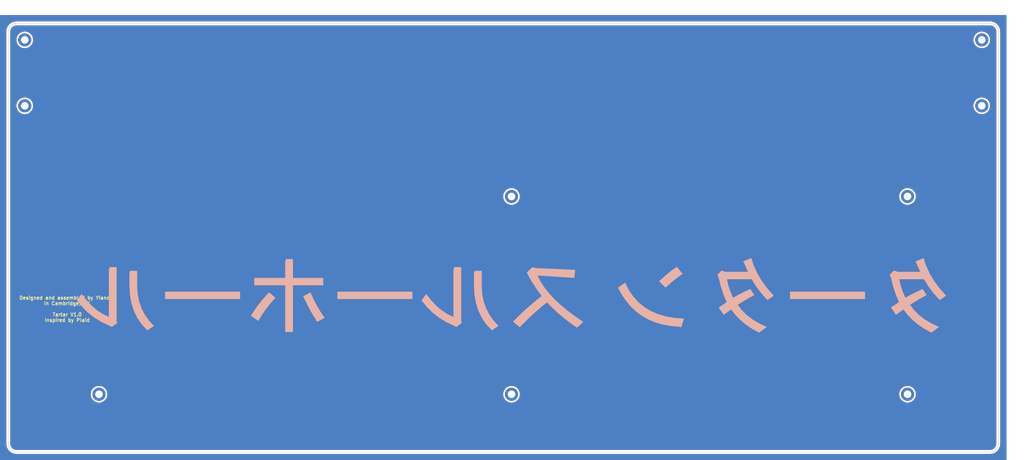
<source format=kicad_pcb>
(kicad_pcb (version 20171130) (host pcbnew "(5.1.0-0)")

  (general
    (thickness 1.6)
    (drawings 11)
    (tracks 0)
    (zones 0)
    (modules 10)
    (nets 1)
  )

  (page A3)
  (title_block
    (title "Tartan Bottom")
    (date 2019-04-18)
    (rev V1.0)
    (company "Yiancar Designs")
    (comment 1 "Inspired by Plaid")
  )

  (layers
    (0 F.Cu signal)
    (31 B.Cu signal)
    (32 B.Adhes user)
    (33 F.Adhes user)
    (34 B.Paste user)
    (35 F.Paste user)
    (36 B.SilkS user)
    (37 F.SilkS user)
    (38 B.Mask user)
    (39 F.Mask user)
    (40 Dwgs.User user)
    (41 Cmts.User user)
    (42 Eco1.User user)
    (43 Eco2.User user)
    (44 Edge.Cuts user)
    (45 Margin user)
    (46 B.CrtYd user)
    (47 F.CrtYd user)
    (48 B.Fab user)
    (49 F.Fab user)
  )

  (setup
    (last_trace_width 0.3)
    (user_trace_width 0.25)
    (user_trace_width 0.6)
    (user_trace_width 0.8)
    (trace_clearance 0.3)
    (zone_clearance 0.508)
    (zone_45_only yes)
    (trace_min 0.15)
    (via_size 1)
    (via_drill 0.6)
    (via_min_size 0.4)
    (via_min_drill 0.3)
    (user_via 1.7 1)
    (uvia_size 0.3)
    (uvia_drill 0.1)
    (uvias_allowed no)
    (uvia_min_size 0.2)
    (uvia_min_drill 0.1)
    (edge_width 0.15)
    (segment_width 0.2)
    (pcb_text_width 0.2)
    (pcb_text_size 1 1)
    (mod_edge_width 0.15)
    (mod_text_size 1 1)
    (mod_text_width 0.15)
    (pad_size 3.8 3.8)
    (pad_drill 2.2)
    (pad_to_mask_clearance 0.2)
    (solder_mask_min_width 0.2)
    (aux_axis_origin 50 50)
    (grid_origin 50 50)
    (visible_elements 7FFFFFFF)
    (pcbplotparams
      (layerselection 0x010f0_ffffffff)
      (usegerberextensions true)
      (usegerberattributes false)
      (usegerberadvancedattributes false)
      (creategerberjobfile false)
      (excludeedgelayer true)
      (linewidth 0.100000)
      (plotframeref false)
      (viasonmask false)
      (mode 1)
      (useauxorigin true)
      (hpglpennumber 1)
      (hpglpenspeed 20)
      (hpglpendiameter 15.000000)
      (psnegative false)
      (psa4output false)
      (plotreference true)
      (plotvalue true)
      (plotinvisibletext false)
      (padsonsilk false)
      (subtractmaskfromsilk true)
      (outputformat 1)
      (mirror false)
      (drillshape 0)
      (scaleselection 1)
      (outputdirectory "gerber/plaid"))
  )

  (net 0 "")

  (net_class Default "これはデフォルトのネット クラスです。"
    (clearance 0.3)
    (trace_width 0.3)
    (via_dia 1)
    (via_drill 0.6)
    (uvia_dia 0.3)
    (uvia_drill 0.1)
  )

  (net_class Power ""
    (clearance 0.3)
    (trace_width 0.8)
    (via_dia 1.2)
    (via_drill 0.8)
    (uvia_dia 0.3)
    (uvia_drill 0.1)
  )

  (module tartan:tartan_katakana (layer B.Cu) (tedit 5CBE6225) (tstamp 5CBEE197)
    (at 190.49375 123.81875 180)
    (descr "Imported from /Users/yiangosyiangou/Downloads/katana.svg")
    (tags svg2mod)
    (attr smd)
    (fp_text reference tartan_katakana (at 0 13.829053 180) (layer B.SilkS) hide
      (effects (font (size 1.524 1.524) (thickness 0.3048)) (justify mirror))
    )
    (fp_text value G*** (at 0 -13.829053 180) (layer B.SilkS) hide
      (effects (font (size 1.524 1.524) (thickness 0.3048)) (justify mirror))
    )
    (fp_poly (pts (xy 103.197004 -8.838521) (xy 104.680883 -7.222442) (xy 105.894965 -5.482257) (xy 106.839251 -3.617966)
      (xy 107.513742 -1.629569) (xy 107.918436 0.482935) (xy 108.053334 2.719544) (xy 108.053334 7.090243)
      (xy 110.092994 7.090243) (xy 110.287244 6.31323) (xy 110.287244 2.816671) (xy 110.144252 0.191555)
      (xy 109.715277 -2.244704) (xy 109.000319 -4.492106) (xy 107.999377 -6.55065) (xy 106.712452 -8.420337)
      (xy 105.139544 -10.101167) (xy 103.197004 -8.838521)) (layer B.SilkS) (width 0))
    (fp_poly (pts (xy 116.211964 -6.216103) (xy 117.8942 -5.42355) (xy 119.522044 -4.366812) (xy 121.095496 -3.04589)
      (xy 122.614556 -1.460784) (xy 124.079224 0.388506) (xy 125.439004 -1.456899) (xy 123.884975 -3.364465)
      (xy 122.175545 -5.046698) (xy 120.310713 -6.503597) (xy 118.290479 -7.735162) (xy 116.114844 -8.741394)
      (xy 115.337824 -9.129901) (xy 113.783804 -7.964382) (xy 113.978064 -7.478749) (xy 113.978064 8.158634)
      (xy 116.017714 8.158634) (xy 116.211964 7.381622) (xy 116.211964 -6.216103)) (layer B.SilkS) (width 0))
    (fp_poly (pts (xy 78.332614 -1.068393) (xy 78.332614 1.068393) (xy 99.991844 1.068393) (xy 99.991844 -1.068393)
      (xy 78.332614 -1.068393)) (layer B.SilkS) (width 0))
    (fp_poly (pts (xy 73.087774 -7.381622) (xy 72.013314 -5.615132) (xy 70.829584 -3.909346) (xy 69.536584 -2.264264)
      (xy 68.134314 -0.679886) (xy 69.979724 0.874139) (xy 71.618736 -0.934843) (xy 73.039214 -2.670981)
      (xy 74.241156 -4.334274) (xy 75.224564 -5.924722) (xy 73.087774 -7.381622)) (layer B.SilkS) (width 0))
    (fp_poly (pts (xy 63.083734 10.489674) (xy 65.123394 10.489674) (xy 65.317644 9.712661) (xy 65.317644 5.050584)
      (xy 74.253294 5.050584) (xy 74.253294 2.913797) (xy 65.317644 2.913797) (xy 65.317644 -10.5868)
      (xy 63.083734 -10.5868) (xy 63.083734 2.913797) (xy 54.342344 2.913797) (xy 54.342344 5.050584)
      (xy 63.083734 5.050584) (xy 63.083734 10.489674)) (layer B.SilkS) (width 0))
    (fp_poly (pts (xy 59.781424 -0.971266) (xy 58.723827 -3.140426) (xy 57.493557 -5.374338) (xy 56.090614 -7.673001)
      (xy 53.953844 -6.507483) (xy 55.119361 -4.734922) (xy 56.187751 -2.913798) (xy 57.159016 -1.044111)
      (xy 58.033154 0.874139) (xy 60.169934 -0.291381) (xy 59.781424 -0.971266)) (layer B.SilkS) (width 0))
    (fp_poly (pts (xy 28.603784 -1.068393) (xy 28.603784 1.068393) (xy 50.263004 1.068393) (xy 50.263004 -1.068393)
      (xy 28.603784 -1.068393)) (layer B.SilkS) (width 0))
    (fp_poly (pts (xy 3.739374 -8.838521) (xy 5.223253 -7.222442) (xy 6.437335 -5.482257) (xy 7.381621 -3.617966)
      (xy 8.056112 -1.629569) (xy 8.460806 0.482935) (xy 8.595704 2.719544) (xy 8.595704 7.090243)
      (xy 10.635364 7.090243) (xy 10.829614 6.31323) (xy 10.829614 2.816671) (xy 10.686622 0.191555)
      (xy 10.257646 -2.244704) (xy 9.542686 -4.492106) (xy 8.541743 -6.55065) (xy 7.254815 -8.420337)
      (xy 5.681904 -10.101167) (xy 3.739374 -8.838521)) (layer B.SilkS) (width 0))
    (fp_poly (pts (xy 16.754344 -6.216103) (xy 18.436573 -5.42355) (xy 20.064414 -4.366812) (xy 21.637866 -3.04589)
      (xy 23.156929 -1.460784) (xy 24.621604 0.388506) (xy 25.981364 -1.456899) (xy 24.427335 -3.364465)
      (xy 22.717906 -5.046698) (xy 20.853076 -6.503597) (xy 18.832845 -7.735162) (xy 16.657214 -8.741394)
      (xy 15.880194 -9.129901) (xy 14.326174 -7.964382) (xy 14.520424 -7.478749) (xy 14.520424 8.158634)
      (xy 16.560084 8.158634) (xy 16.754344 7.381622) (xy 16.754344 -6.216103)) (layer B.SilkS) (width 0))
    (fp_poly (pts (xy -8.692836 -0.194253) (xy -7.026142 -1.515175) (xy -5.367219 -2.913798) (xy -3.716067 -4.390122)
      (xy -2.072686 -5.944148) (xy -0.437076 -7.575875) (xy -2.379606 -9.227027) (xy -3.999675 -7.571989)
      (xy -5.596435 -6.025734) (xy -7.169885 -4.58826) (xy -8.720025 -3.259569) (xy -10.246856 -2.039659)
      (xy -11.804768 -3.63642) (xy -13.448151 -5.16325) (xy -15.177005 -6.620149) (xy -16.99133 -8.007117)
      (xy -18.891126 -9.324154) (xy -20.736536 -7.673001) (xy -18.278019 -5.997567) (xy -16.050177 -4.322133)
      (xy -14.053011 -2.646699) (xy -12.286521 -0.971266) (xy -10.750706 0.704168) (xy -9.445567 2.379602)
      (xy -8.371104 4.055036) (xy -7.527316 5.73047) (xy -18.114116 5.050584) (xy -18.405496 7.381622)
      (xy -7.138806 7.867255) (xy -5.973286 8.158634) (xy -4.419266 6.60461) (xy -4.807766 5.73047)
      (xy -6.059623 3.647644) (xy -7.354646 1.672737) (xy -8.692836 -0.194253)) (layer B.SilkS) (width 0))
    (fp_poly (pts (xy -44.435417 2.233911) (xy -46.151321 3.755562) (xy -47.802473 5.082959) (xy -49.388874 6.216103)
      (xy -47.737722 8.255762) (xy -46.25924 7.230536) (xy -44.543337 5.838388) (xy -42.590013 4.079318)
      (xy -44.435417 2.233911)) (layer B.SilkS) (width 0))
    (fp_poly (pts (xy -30.740567 2.233911) (xy -31.84004 0.198138) (xy -33.079376 -1.635612) (xy -34.458573 -3.267339)
      (xy -35.977634 -4.697043) (xy -37.636556 -5.924723) (xy -39.435341 -6.95038) (xy -41.373987 -7.774013)
      (xy -43.452497 -8.395623) (xy -45.670868 -8.81521) (xy -48.029102 -9.032774) (xy -49.000368 -9.227027)
      (xy -49.777381 -6.701736) (xy -47.073425 -6.515876) (xy -44.573314 -6.087799) (xy -42.277049 -5.417506)
      (xy -40.18463 -4.504996) (xy -38.296057 -3.350268) (xy -36.61133 -1.953324) (xy -35.130449 -0.314163)
      (xy -33.853414 1.567215) (xy -32.780225 3.690811) (xy -30.740567 2.233911)) (layer B.SilkS) (width 0))
    (fp_poly (pts (xy -67.26017 9.032775) (xy -68.231436 6.798863) (xy -61.723954 6.798863) (xy -60.655562 7.187368)
      (xy -59.392917 5.924723) (xy -59.781422 5.14771) (xy -60.385766 2.63321) (xy -61.162779 0.269797)
      (xy -62.112461 -1.942532) (xy -59.781422 -3.496558) (xy -61.238321 -5.633343) (xy -63.375107 -4.079318)
      (xy -64.598902 -5.652768) (xy -66.01695 -7.109667) (xy -67.629252 -8.450014) (xy -69.435806 -9.673809)
      (xy -71.436614 -10.781053) (xy -73.670526 -9.129901) (xy -71.47158 -8.096474) (xy -69.536818 -6.938724)
      (xy -67.866241 -5.656653) (xy -66.459848 -4.25026) (xy -65.317639 -2.719545) (xy -66.925623 -1.715903)
      (xy -68.512024 -0.777012) (xy -70.076842 0.097127) (xy -68.911323 1.845405) (xy -67.02275 0.960474)
      (xy -65.371598 0.11871) (xy -63.957867 -0.679886) (xy -63.116103 1.251854) (xy -62.533343 3.032508)
      (xy -62.209587 4.662077) (xy -69.299829 4.662077) (xy -70.627226 2.525291) (xy -72.148876 0.518008)
      (xy -73.864779 -1.359773) (xy -75.710184 -0.097127) (xy -73.864779 1.985268) (xy -72.291328 4.114283)
      (xy -70.989832 6.289919) (xy -69.96029 8.512175) (xy -69.202703 10.781053) (xy -66.871664 9.809787)
      (xy -67.26017 9.032775)) (layer B.SilkS) (width 0))
    (fp_poly (pts (xy -102.031494 -1.068393) (xy -102.031494 1.068393) (xy -80.372261 1.068393) (xy -80.372261 -1.068393)
      (xy -102.031494 -1.068393)) (layer B.SilkS) (width 0))
    (fp_poly (pts (xy -116.98899 9.032775) (xy -117.960256 6.798863) (xy -111.452774 6.798863) (xy -110.384381 7.187368)
      (xy -109.121735 5.924723) (xy -109.510242 5.14771) (xy -110.114585 2.63321) (xy -110.891598 0.269797)
      (xy -111.84128 -1.942532) (xy -109.510242 -3.496558) (xy -110.967141 -5.633343) (xy -113.103925 -4.079318)
      (xy -114.327721 -5.652768) (xy -115.745769 -7.109667) (xy -117.358071 -8.450014) (xy -119.164626 -9.673809)
      (xy -121.165434 -10.781053) (xy -123.399345 -9.129901) (xy -121.200399 -8.096474) (xy -119.265637 -6.938724)
      (xy -117.59506 -5.656653) (xy -116.188667 -4.25026) (xy -115.046458 -2.719545) (xy -116.654443 -1.715903)
      (xy -118.240844 -0.777012) (xy -119.805661 0.097127) (xy -118.640142 1.845405) (xy -116.751569 0.960474)
      (xy -115.100417 0.11871) (xy -113.686686 -0.679886) (xy -112.844922 1.251854) (xy -112.262163 3.032508)
      (xy -111.938407 4.662077) (xy -119.028649 4.662077) (xy -120.356046 2.525291) (xy -121.877696 0.518008)
      (xy -123.5936 -1.359773) (xy -125.439004 -0.097127) (xy -123.593599 1.985268) (xy -122.020148 4.114283)
      (xy -120.718652 6.289919) (xy -119.68911 8.512175) (xy -118.931522 10.781053) (xy -116.600484 9.809787)
      (xy -116.98899 9.032775)) (layer B.SilkS) (width 0))
  )

  (module MountingHole:MountingHole_2.2mm_M2_DIN965_Pad (layer F.Cu) (tedit 56D1B4CB) (tstamp 5C08F846)
    (at 50 69.05)
    (descr "Mounting Hole 2.2mm, M2, DIN965")
    (tags "mounting hole 2.2mm m2 din965")
    (path /5C12253A)
    (attr virtual)
    (fp_text reference H4 (at 0 -2.9) (layer F.SilkS) hide
      (effects (font (size 1 1) (thickness 0.15)))
    )
    (fp_text value M2 (at 0 2.9) (layer F.Fab)
      (effects (font (size 1 1) (thickness 0.15)))
    )
    (fp_circle (center 0 0) (end 2.15 0) (layer F.CrtYd) (width 0.05))
    (fp_circle (center 0 0) (end 1.9 0) (layer Cmts.User) (width 0.15))
    (fp_text user %R (at 0.3 0) (layer F.Fab)
      (effects (font (size 1 1) (thickness 0.15)))
    )
    (pad 1 thru_hole circle (at 0 0) (size 3.8 3.8) (drill 2.2) (layers *.Cu *.Mask))
  )

  (module MountingHole:MountingHole_2.2mm_M2_DIN965_Pad (layer F.Cu) (tedit 56D1B4CB) (tstamp 5C08F83E)
    (at 50 50)
    (descr "Mounting Hole 2.2mm, M2, DIN965")
    (tags "mounting hole 2.2mm m2 din965")
    (path /5C0FAB26)
    (attr virtual)
    (fp_text reference H3 (at 0 -2.9) (layer F.SilkS) hide
      (effects (font (size 1 1) (thickness 0.15)))
    )
    (fp_text value M2 (at 0 2.9) (layer F.Fab)
      (effects (font (size 1 1) (thickness 0.15)))
    )
    (fp_circle (center 0 0) (end 2.15 0) (layer F.CrtYd) (width 0.05))
    (fp_circle (center 0 0) (end 1.9 0) (layer Cmts.User) (width 0.15))
    (fp_text user %R (at 0.3 0) (layer F.Fab)
      (effects (font (size 1 1) (thickness 0.15)))
    )
    (pad 1 thru_hole circle (at 0 0) (size 3.8 3.8) (drill 2.2) (layers *.Cu *.Mask))
  )

  (module MountingHole:MountingHole_2.2mm_M2_DIN965_Pad (layer F.Cu) (tedit 56D1B4CB) (tstamp 5C08F836)
    (at 326.225 69.05)
    (descr "Mounting Hole 2.2mm, M2, DIN965")
    (tags "mounting hole 2.2mm m2 din965")
    (path /5C13CC43)
    (attr virtual)
    (fp_text reference H2 (at 0 -2.9) (layer F.SilkS) hide
      (effects (font (size 1 1) (thickness 0.15)))
    )
    (fp_text value M2 (at 0 2.9) (layer F.Fab)
      (effects (font (size 1 1) (thickness 0.15)))
    )
    (fp_circle (center 0 0) (end 2.15 0) (layer F.CrtYd) (width 0.05))
    (fp_circle (center 0 0) (end 1.9 0) (layer Cmts.User) (width 0.15))
    (fp_text user %R (at 0.3 0) (layer F.Fab)
      (effects (font (size 1 1) (thickness 0.15)))
    )
    (pad 1 thru_hole circle (at 0 0) (size 3.8 3.8) (drill 2.2) (layers *.Cu *.Mask))
  )

  (module MountingHole:MountingHole_2.2mm_M2_DIN965_Pad (layer F.Cu) (tedit 56D1B4CB) (tstamp 5CB76F2F)
    (at 326.225 50)
    (descr "Mounting Hole 2.2mm, M2, DIN965")
    (tags "mounting hole 2.2mm m2 din965")
    (path /5C122533)
    (attr virtual)
    (fp_text reference H1 (at 0 -2.9) (layer F.SilkS) hide
      (effects (font (size 1 1) (thickness 0.15)))
    )
    (fp_text value M2 (at 0 2.9) (layer F.Fab)
      (effects (font (size 1 1) (thickness 0.15)))
    )
    (fp_circle (center 0 0) (end 2.15 0) (layer F.CrtYd) (width 0.05))
    (fp_circle (center 0 0) (end 1.9 0) (layer Cmts.User) (width 0.15))
    (fp_text user %R (at 0.3 0) (layer F.Fab)
      (effects (font (size 1 1) (thickness 0.15)))
    )
    (pad 1 thru_hole circle (at 0 0) (size 3.8 3.8) (drill 2.2) (layers *.Cu *.Mask))
  )

  (module MountingHole:MountingHole_2.2mm_M2_DIN965_Pad (layer F.Cu) (tedit 56D1B4CB) (tstamp 5CB7C68A)
    (at 71.43125 152.39375)
    (descr "Mounting Hole 2.2mm, M2, DIN965")
    (tags "mounting hole 2.2mm m2 din965")
    (path /5C0FAB2C)
    (attr virtual)
    (fp_text reference H6 (at 0 -2.9) (layer F.SilkS) hide
      (effects (font (size 1 1) (thickness 0.15)))
    )
    (fp_text value M2 (at 0 2.9) (layer F.Fab)
      (effects (font (size 1 1) (thickness 0.15)))
    )
    (fp_text user %R (at 0.3 0) (layer F.Fab)
      (effects (font (size 1 1) (thickness 0.15)))
    )
    (fp_circle (center 0 0) (end 1.9 0) (layer Cmts.User) (width 0.15))
    (fp_circle (center 0 0) (end 2.15 0) (layer F.CrtYd) (width 0.05))
    (pad 1 thru_hole circle (at 0 0) (size 3.8 3.8) (drill 2.2) (layers *.Cu *.Mask))
  )

  (module MountingHole:MountingHole_2.2mm_M2_DIN965_Pad (layer F.Cu) (tedit 56D1B4CB) (tstamp 5CB7C692)
    (at 304.79375 95.24375)
    (descr "Mounting Hole 2.2mm, M2, DIN965")
    (tags "mounting hole 2.2mm m2 din965")
    (path /5C122541)
    (attr virtual)
    (fp_text reference H7 (at 0 -2.9) (layer F.SilkS) hide
      (effects (font (size 1 1) (thickness 0.15)))
    )
    (fp_text value M2 (at 0 2.9) (layer F.Fab)
      (effects (font (size 1 1) (thickness 0.15)))
    )
    (fp_circle (center 0 0) (end 2.15 0) (layer F.CrtYd) (width 0.05))
    (fp_circle (center 0 0) (end 1.9 0) (layer Cmts.User) (width 0.15))
    (fp_text user %R (at 0.3 0) (layer F.Fab)
      (effects (font (size 1 1) (thickness 0.15)))
    )
    (pad 1 thru_hole circle (at 0 0) (size 3.8 3.8) (drill 2.2) (layers *.Cu *.Mask))
  )

  (module MountingHole:MountingHole_2.2mm_M2_DIN965_Pad (layer F.Cu) (tedit 56D1B4CB) (tstamp 5CB7C69A)
    (at 304.79375 152.39375)
    (descr "Mounting Hole 2.2mm, M2, DIN965")
    (tags "mounting hole 2.2mm m2 din965")
    (path /5C13CC51)
    (attr virtual)
    (fp_text reference H8 (at 0 -2.9) (layer F.SilkS) hide
      (effects (font (size 1 1) (thickness 0.15)))
    )
    (fp_text value M2 (at 0 2.9) (layer F.Fab)
      (effects (font (size 1 1) (thickness 0.15)))
    )
    (fp_text user %R (at 0.3 0) (layer F.Fab)
      (effects (font (size 1 1) (thickness 0.15)))
    )
    (fp_circle (center 0 0) (end 1.9 0) (layer Cmts.User) (width 0.15))
    (fp_circle (center 0 0) (end 2.15 0) (layer F.CrtYd) (width 0.05))
    (pad 1 thru_hole circle (at 0 0) (size 3.8 3.8) (drill 2.2) (layers *.Cu *.Mask))
  )

  (module MountingHole:MountingHole_2.2mm_M2_DIN965_Pad (layer F.Cu) (tedit 56D1B4CB) (tstamp 5CB7C6A2)
    (at 190.49375 95.24375)
    (descr "Mounting Hole 2.2mm, M2, DIN965")
    (tags "mounting hole 2.2mm m2 din965")
    (path /5C122548)
    (attr virtual)
    (fp_text reference H9 (at 0 -2.9) (layer F.SilkS) hide
      (effects (font (size 1 1) (thickness 0.15)))
    )
    (fp_text value M2 (at 0 2.9) (layer F.Fab)
      (effects (font (size 1 1) (thickness 0.15)))
    )
    (fp_text user %R (at 0.3 0) (layer F.Fab)
      (effects (font (size 1 1) (thickness 0.15)))
    )
    (fp_circle (center 0 0) (end 1.9 0) (layer Cmts.User) (width 0.15))
    (fp_circle (center 0 0) (end 2.15 0) (layer F.CrtYd) (width 0.05))
    (pad 1 thru_hole circle (at 0 0) (size 3.8 3.8) (drill 2.2) (layers *.Cu *.Mask))
  )

  (module MountingHole:MountingHole_2.2mm_M2_DIN965_Pad (layer F.Cu) (tedit 56D1B4CB) (tstamp 5CB7C6AA)
    (at 190.49375 152.39375)
    (descr "Mounting Hole 2.2mm, M2, DIN965")
    (tags "mounting hole 2.2mm m2 din965")
    (path /5C13CC58)
    (attr virtual)
    (fp_text reference H10 (at 0 -2.9) (layer F.SilkS) hide
      (effects (font (size 1 1) (thickness 0.15)))
    )
    (fp_text value M2 (at 0 2.9) (layer F.Fab)
      (effects (font (size 1 1) (thickness 0.15)))
    )
    (fp_circle (center 0 0) (end 2.15 0) (layer F.CrtYd) (width 0.05))
    (fp_circle (center 0 0) (end 1.9 0) (layer Cmts.User) (width 0.15))
    (fp_text user %R (at 0.3 0) (layer F.Fab)
      (effects (font (size 1 1) (thickness 0.15)))
    )
    (pad 1 thru_hole circle (at 0 0) (size 3.8 3.8) (drill 2.2) (layers *.Cu *.Mask))
  )

  (gr_text "Designed and assembled by Yiancar\nin Cambridge, UK\n\nTartar V1.0\nInspired by Plaid" (at 62.25 127.75) (layer F.SilkS)
    (effects (font (size 1 1) (thickness 0.2)))
  )
  (dimension 285.75 (width 0.15) (layer B.Fab)
    (gr_text "285.750 mm" (at 188.1125 39.175) (layer B.Fab)
      (effects (font (size 1 1) (thickness 0.15)))
    )
    (feature1 (pts (xy 330.9875 47.61875) (xy 330.9875 39.888579)))
    (feature2 (pts (xy 45.2375 47.61875) (xy 45.2375 39.888579)))
    (crossbar (pts (xy 45.2375 40.475) (xy 330.9875 40.475)))
    (arrow1a (pts (xy 330.9875 40.475) (xy 329.860996 41.061421)))
    (arrow1b (pts (xy 330.9875 40.475) (xy 329.860996 39.888579)))
    (arrow2a (pts (xy 45.2375 40.475) (xy 46.364004 41.061421)))
    (arrow2b (pts (xy 45.2375 40.475) (xy 46.364004 39.888579)))
  )
  (gr_line (start 328.60625 45.2375) (end 47.61875 45.2375) (layer Edge.Cuts) (width 0.15))
  (dimension 123.825 (width 0.15) (layer B.Fab)
    (gr_text "123.825 mm" (at 337.05 107.15 270) (layer B.Fab)
      (effects (font (size 1 1) (thickness 0.15)))
    )
    (feature1 (pts (xy 328.60625 169.0625) (xy 336.336421 169.0625)))
    (feature2 (pts (xy 328.60625 45.2375) (xy 336.336421 45.2375)))
    (crossbar (pts (xy 335.75 45.2375) (xy 335.75 169.0625)))
    (arrow1a (pts (xy 335.75 169.0625) (xy 335.163579 167.935996)))
    (arrow1b (pts (xy 335.75 169.0625) (xy 336.336421 167.935996)))
    (arrow2a (pts (xy 335.75 45.2375) (xy 335.163579 46.364004)))
    (arrow2b (pts (xy 335.75 45.2375) (xy 336.336421 46.364004)))
  )
  (gr_arc (start 47.61875 47.61875) (end 47.61875 45.2375) (angle -90) (layer Edge.Cuts) (width 0.15) (tstamp 5CB96740))
  (gr_arc (start 328.60625 47.61875) (end 330.9875 47.61875) (angle -90) (layer Edge.Cuts) (width 0.15) (tstamp 5CB96734))
  (gr_arc (start 328.60625 166.68125) (end 328.60625 169.0625) (angle -90) (layer Edge.Cuts) (width 0.15) (tstamp 5CB8056C))
  (gr_arc (start 47.61875 166.68125) (end 45.2375 166.68125) (angle -90) (layer Edge.Cuts) (width 0.15))
  (gr_line (start 45.2375 47.61875) (end 45.2375 166.68125) (layer Edge.Cuts) (width 0.15) (tstamp 5CB7FDDD))
  (gr_line (start 330.9875 166.68125) (end 330.9875 47.61875) (layer Edge.Cuts) (width 0.15))
  (gr_line (start 47.61875 169.0625) (end 328.60625 169.0625) (layer Edge.Cuts) (width 0.15))

  (zone (net 0) (net_name "") (layer B.Cu) (tstamp 0) (hatch edge 0.508)
    (connect_pads (clearance 0.508))
    (min_thickness 0.254)
    (fill yes (arc_segments 32) (thermal_gap 0.508) (thermal_bridge_width 0.508))
    (polygon
      (pts
        (xy 42.85625 171.44375) (xy 42.85625 42.85625) (xy 333.36875 42.85625) (xy 333.36875 171.44375)
      )
    )
    (filled_polygon
      (pts
        (xy 333.24175 171.31675) (xy 42.98325 171.31675) (xy 42.98325 47.583874) (xy 44.5275 47.583874) (xy 44.527501 166.716127)
        (xy 44.530583 166.747423) (xy 44.53048 166.762223) (xy 44.531447 166.772089) (xy 44.580025 167.234282) (xy 44.592966 167.297326)
        (xy 44.605023 167.36053) (xy 44.607888 167.37002) (xy 44.745316 167.813974) (xy 44.77023 167.873242) (xy 44.794358 167.932961)
        (xy 44.799012 167.941714) (xy 45.020053 168.350521) (xy 45.056038 168.40387) (xy 45.091274 168.457718) (xy 45.09754 168.4654)
        (xy 45.393776 168.823487) (xy 45.439431 168.868823) (xy 45.48446 168.914806) (xy 45.492098 168.921125) (xy 45.852244 169.214853)
        (xy 45.90586 169.250476) (xy 45.958942 169.286822) (xy 45.967654 169.291533) (xy 45.967659 169.291536) (xy 45.967664 169.291538)
        (xy 46.378002 169.509718) (xy 46.437472 169.53423) (xy 46.496644 169.559591) (xy 46.506114 169.562522) (xy 46.951016 169.696846)
        (xy 47.014154 169.709347) (xy 47.077086 169.722724) (xy 47.086945 169.72376) (xy 47.548959 169.769061) (xy 47.583873 169.7725)
        (xy 328.641127 169.7725) (xy 328.672432 169.769417) (xy 328.687223 169.76952) (xy 328.697089 169.768553) (xy 329.159282 169.719975)
        (xy 329.222326 169.707034) (xy 329.28553 169.694977) (xy 329.29502 169.692112) (xy 329.738974 169.554684) (xy 329.798242 169.52977)
        (xy 329.857961 169.505642) (xy 329.866714 169.500988) (xy 330.275521 169.279947) (xy 330.32887 169.243962) (xy 330.382718 169.208726)
        (xy 330.3904 169.20246) (xy 330.748487 168.906224) (xy 330.793823 168.860569) (xy 330.839806 168.81554) (xy 330.846125 168.807902)
        (xy 331.139853 168.447756) (xy 331.175476 168.39414) (xy 331.211822 168.341058) (xy 331.216533 168.332346) (xy 331.216536 168.332341)
        (xy 331.216538 168.332336) (xy 331.434718 167.921998) (xy 331.45923 167.862528) (xy 331.484591 167.803356) (xy 331.487522 167.793886)
        (xy 331.621846 167.348984) (xy 331.634347 167.285846) (xy 331.647724 167.222914) (xy 331.64876 167.213055) (xy 331.694111 166.750535)
        (xy 331.6975 166.716127) (xy 331.6975 47.583873) (xy 331.694417 47.552568) (xy 331.69452 47.537778) (xy 331.693553 47.527912)
        (xy 331.644975 47.065718) (xy 331.632034 47.002674) (xy 331.619977 46.93947) (xy 331.617112 46.92998) (xy 331.479685 46.486026)
        (xy 331.454757 46.426725) (xy 331.430642 46.367039) (xy 331.425988 46.358286) (xy 331.204947 45.949479) (xy 331.168961 45.896128)
        (xy 331.133726 45.842283) (xy 331.12746 45.834601) (xy 330.831224 45.476513) (xy 330.785553 45.43116) (xy 330.74054 45.385194)
        (xy 330.732901 45.378875) (xy 330.372756 45.085146) (xy 330.319178 45.049549) (xy 330.266058 45.013177) (xy 330.257338 45.008463)
        (xy 329.846998 44.790282) (xy 329.787516 44.765765) (xy 329.728356 44.740409) (xy 329.718886 44.737478) (xy 329.273983 44.603154)
        (xy 329.210853 44.590654) (xy 329.147914 44.577276) (xy 329.138055 44.57624) (xy 328.676266 44.530961) (xy 328.641127 44.5275)
        (xy 47.583873 44.5275) (xy 47.552568 44.530583) (xy 47.537778 44.53048) (xy 47.527912 44.531447) (xy 47.065718 44.580025)
        (xy 47.002674 44.592966) (xy 46.93947 44.605023) (xy 46.92998 44.607888) (xy 46.486026 44.745315) (xy 46.426725 44.770243)
        (xy 46.367039 44.794358) (xy 46.358286 44.799012) (xy 45.949479 45.020053) (xy 45.896128 45.056039) (xy 45.842283 45.091274)
        (xy 45.834601 45.09754) (xy 45.476513 45.393776) (xy 45.43116 45.439447) (xy 45.385194 45.48446) (xy 45.378875 45.492099)
        (xy 45.085146 45.852244) (xy 45.049549 45.905822) (xy 45.013177 45.958942) (xy 45.008463 45.967662) (xy 44.790282 46.378002)
        (xy 44.765765 46.437484) (xy 44.740409 46.496644) (xy 44.737478 46.506114) (xy 44.603154 46.951017) (xy 44.590654 47.014147)
        (xy 44.577276 47.077086) (xy 44.57624 47.086945) (xy 44.530939 47.54896) (xy 44.5275 47.583874) (xy 42.98325 47.583874)
        (xy 42.98325 42.98325) (xy 333.24175 42.98325)
      )
    )
    (filled_polygon
      (pts
        (xy 328.930201 45.982668) (xy 329.241819 46.076752) (xy 329.52922 46.229565) (xy 329.781468 46.435293) (xy 329.988956 46.686103)
        (xy 330.143775 46.972435) (xy 330.240029 47.283379) (xy 330.277501 47.639901) (xy 330.2775 166.646529) (xy 330.242332 167.005201)
        (xy 330.148249 167.316818) (xy 329.995434 167.604222) (xy 329.789703 167.856472) (xy 329.538897 168.063956) (xy 329.252566 168.218775)
        (xy 328.941617 168.31503) (xy 328.585109 168.3525) (xy 47.653471 168.3525) (xy 47.294799 168.317332) (xy 46.983182 168.223249)
        (xy 46.695778 168.070434) (xy 46.443528 167.864703) (xy 46.236044 167.613897) (xy 46.081225 167.327566) (xy 45.98497 167.016617)
        (xy 45.9475 166.660109) (xy 45.9475 152.144074) (xy 68.89625 152.144074) (xy 68.89625 152.643426) (xy 68.993668 153.133182)
        (xy 69.184762 153.594523) (xy 69.462187 154.009718) (xy 69.815282 154.362813) (xy 70.230477 154.640238) (xy 70.691818 154.831332)
        (xy 71.181574 154.92875) (xy 71.680926 154.92875) (xy 72.170682 154.831332) (xy 72.632023 154.640238) (xy 73.047218 154.362813)
        (xy 73.400313 154.009718) (xy 73.677738 153.594523) (xy 73.868832 153.133182) (xy 73.96625 152.643426) (xy 73.96625 152.144074)
        (xy 187.95875 152.144074) (xy 187.95875 152.643426) (xy 188.056168 153.133182) (xy 188.247262 153.594523) (xy 188.524687 154.009718)
        (xy 188.877782 154.362813) (xy 189.292977 154.640238) (xy 189.754318 154.831332) (xy 190.244074 154.92875) (xy 190.743426 154.92875)
        (xy 191.233182 154.831332) (xy 191.694523 154.640238) (xy 192.109718 154.362813) (xy 192.462813 154.009718) (xy 192.740238 153.594523)
        (xy 192.931332 153.133182) (xy 193.02875 152.643426) (xy 193.02875 152.144074) (xy 302.25875 152.144074) (xy 302.25875 152.643426)
        (xy 302.356168 153.133182) (xy 302.547262 153.594523) (xy 302.824687 154.009718) (xy 303.177782 154.362813) (xy 303.592977 154.640238)
        (xy 304.054318 154.831332) (xy 304.544074 154.92875) (xy 305.043426 154.92875) (xy 305.533182 154.831332) (xy 305.994523 154.640238)
        (xy 306.409718 154.362813) (xy 306.762813 154.009718) (xy 307.040238 153.594523) (xy 307.231332 153.133182) (xy 307.32875 152.643426)
        (xy 307.32875 152.144074) (xy 307.231332 151.654318) (xy 307.040238 151.192977) (xy 306.762813 150.777782) (xy 306.409718 150.424687)
        (xy 305.994523 150.147262) (xy 305.533182 149.956168) (xy 305.043426 149.85875) (xy 304.544074 149.85875) (xy 304.054318 149.956168)
        (xy 303.592977 150.147262) (xy 303.177782 150.424687) (xy 302.824687 150.777782) (xy 302.547262 151.192977) (xy 302.356168 151.654318)
        (xy 302.25875 152.144074) (xy 193.02875 152.144074) (xy 192.931332 151.654318) (xy 192.740238 151.192977) (xy 192.462813 150.777782)
        (xy 192.109718 150.424687) (xy 191.694523 150.147262) (xy 191.233182 149.956168) (xy 190.743426 149.85875) (xy 190.244074 149.85875)
        (xy 189.754318 149.956168) (xy 189.292977 150.147262) (xy 188.877782 150.424687) (xy 188.524687 150.777782) (xy 188.247262 151.192977)
        (xy 188.056168 151.654318) (xy 187.95875 152.144074) (xy 73.96625 152.144074) (xy 73.868832 151.654318) (xy 73.677738 151.192977)
        (xy 73.400313 150.777782) (xy 73.047218 150.424687) (xy 72.632023 150.147262) (xy 72.170682 149.956168) (xy 71.680926 149.85875)
        (xy 71.181574 149.85875) (xy 70.691818 149.956168) (xy 70.230477 150.147262) (xy 69.815282 150.424687) (xy 69.462187 150.777782)
        (xy 69.184762 151.192977) (xy 68.993668 151.654318) (xy 68.89625 152.144074) (xy 45.9475 152.144074) (xy 45.9475 94.994074)
        (xy 187.95875 94.994074) (xy 187.95875 95.493426) (xy 188.056168 95.983182) (xy 188.247262 96.444523) (xy 188.524687 96.859718)
        (xy 188.877782 97.212813) (xy 189.292977 97.490238) (xy 189.754318 97.681332) (xy 190.244074 97.77875) (xy 190.743426 97.77875)
        (xy 191.233182 97.681332) (xy 191.694523 97.490238) (xy 192.109718 97.212813) (xy 192.462813 96.859718) (xy 192.740238 96.444523)
        (xy 192.931332 95.983182) (xy 193.02875 95.493426) (xy 193.02875 94.994074) (xy 302.25875 94.994074) (xy 302.25875 95.493426)
        (xy 302.356168 95.983182) (xy 302.547262 96.444523) (xy 302.824687 96.859718) (xy 303.177782 97.212813) (xy 303.592977 97.490238)
        (xy 304.054318 97.681332) (xy 304.544074 97.77875) (xy 305.043426 97.77875) (xy 305.533182 97.681332) (xy 305.994523 97.490238)
        (xy 306.409718 97.212813) (xy 306.762813 96.859718) (xy 307.040238 96.444523) (xy 307.231332 95.983182) (xy 307.32875 95.493426)
        (xy 307.32875 94.994074) (xy 307.231332 94.504318) (xy 307.040238 94.042977) (xy 306.762813 93.627782) (xy 306.409718 93.274687)
        (xy 305.994523 92.997262) (xy 305.533182 92.806168) (xy 305.043426 92.70875) (xy 304.544074 92.70875) (xy 304.054318 92.806168)
        (xy 303.592977 92.997262) (xy 303.177782 93.274687) (xy 302.824687 93.627782) (xy 302.547262 94.042977) (xy 302.356168 94.504318)
        (xy 302.25875 94.994074) (xy 193.02875 94.994074) (xy 192.931332 94.504318) (xy 192.740238 94.042977) (xy 192.462813 93.627782)
        (xy 192.109718 93.274687) (xy 191.694523 92.997262) (xy 191.233182 92.806168) (xy 190.743426 92.70875) (xy 190.244074 92.70875)
        (xy 189.754318 92.806168) (xy 189.292977 92.997262) (xy 188.877782 93.274687) (xy 188.524687 93.627782) (xy 188.247262 94.042977)
        (xy 188.056168 94.504318) (xy 187.95875 94.994074) (xy 45.9475 94.994074) (xy 45.9475 68.800324) (xy 47.465 68.800324)
        (xy 47.465 69.299676) (xy 47.562418 69.789432) (xy 47.753512 70.250773) (xy 48.030937 70.665968) (xy 48.384032 71.019063)
        (xy 48.799227 71.296488) (xy 49.260568 71.487582) (xy 49.750324 71.585) (xy 50.249676 71.585) (xy 50.739432 71.487582)
        (xy 51.200773 71.296488) (xy 51.615968 71.019063) (xy 51.969063 70.665968) (xy 52.246488 70.250773) (xy 52.437582 69.789432)
        (xy 52.535 69.299676) (xy 52.535 68.800324) (xy 323.69 68.800324) (xy 323.69 69.299676) (xy 323.787418 69.789432)
        (xy 323.978512 70.250773) (xy 324.255937 70.665968) (xy 324.609032 71.019063) (xy 325.024227 71.296488) (xy 325.485568 71.487582)
        (xy 325.975324 71.585) (xy 326.474676 71.585) (xy 326.964432 71.487582) (xy 327.425773 71.296488) (xy 327.840968 71.019063)
        (xy 328.194063 70.665968) (xy 328.471488 70.250773) (xy 328.662582 69.789432) (xy 328.76 69.299676) (xy 328.76 68.800324)
        (xy 328.662582 68.310568) (xy 328.471488 67.849227) (xy 328.194063 67.434032) (xy 327.840968 67.080937) (xy 327.425773 66.803512)
        (xy 326.964432 66.612418) (xy 326.474676 66.515) (xy 325.975324 66.515) (xy 325.485568 66.612418) (xy 325.024227 66.803512)
        (xy 324.609032 67.080937) (xy 324.255937 67.434032) (xy 323.978512 67.849227) (xy 323.787418 68.310568) (xy 323.69 68.800324)
        (xy 52.535 68.800324) (xy 52.437582 68.310568) (xy 52.246488 67.849227) (xy 51.969063 67.434032) (xy 51.615968 67.080937)
        (xy 51.200773 66.803512) (xy 50.739432 66.612418) (xy 50.249676 66.515) (xy 49.750324 66.515) (xy 49.260568 66.612418)
        (xy 48.799227 66.803512) (xy 48.384032 67.080937) (xy 48.030937 67.434032) (xy 47.753512 67.849227) (xy 47.562418 68.310568)
        (xy 47.465 68.800324) (xy 45.9475 68.800324) (xy 45.9475 49.750324) (xy 47.465 49.750324) (xy 47.465 50.249676)
        (xy 47.562418 50.739432) (xy 47.753512 51.200773) (xy 48.030937 51.615968) (xy 48.384032 51.969063) (xy 48.799227 52.246488)
        (xy 49.260568 52.437582) (xy 49.750324 52.535) (xy 50.249676 52.535) (xy 50.739432 52.437582) (xy 51.200773 52.246488)
        (xy 51.615968 51.969063) (xy 51.969063 51.615968) (xy 52.246488 51.200773) (xy 52.437582 50.739432) (xy 52.535 50.249676)
        (xy 52.535 49.750324) (xy 323.69 49.750324) (xy 323.69 50.249676) (xy 323.787418 50.739432) (xy 323.978512 51.200773)
        (xy 324.255937 51.615968) (xy 324.609032 51.969063) (xy 325.024227 52.246488) (xy 325.485568 52.437582) (xy 325.975324 52.535)
        (xy 326.474676 52.535) (xy 326.964432 52.437582) (xy 327.425773 52.246488) (xy 327.840968 51.969063) (xy 328.194063 51.615968)
        (xy 328.471488 51.200773) (xy 328.662582 50.739432) (xy 328.76 50.249676) (xy 328.76 49.750324) (xy 328.662582 49.260568)
        (xy 328.471488 48.799227) (xy 328.194063 48.384032) (xy 327.840968 48.030937) (xy 327.425773 47.753512) (xy 326.964432 47.562418)
        (xy 326.474676 47.465) (xy 325.975324 47.465) (xy 325.485568 47.562418) (xy 325.024227 47.753512) (xy 324.609032 48.030937)
        (xy 324.255937 48.384032) (xy 323.978512 48.799227) (xy 323.787418 49.260568) (xy 323.69 49.750324) (xy 52.535 49.750324)
        (xy 52.437582 49.260568) (xy 52.246488 48.799227) (xy 51.969063 48.384032) (xy 51.615968 48.030937) (xy 51.200773 47.753512)
        (xy 50.739432 47.562418) (xy 50.249676 47.465) (xy 49.750324 47.465) (xy 49.260568 47.562418) (xy 48.799227 47.753512)
        (xy 48.384032 48.030937) (xy 48.030937 48.384032) (xy 47.753512 48.799227) (xy 47.562418 49.260568) (xy 47.465 49.750324)
        (xy 45.9475 49.750324) (xy 45.9475 47.653471) (xy 45.982668 47.294799) (xy 46.076752 46.983181) (xy 46.229565 46.69578)
        (xy 46.435293 46.443532) (xy 46.686103 46.236044) (xy 46.972435 46.081225) (xy 47.283379 45.984971) (xy 47.639891 45.9475)
        (xy 328.571529 45.9475)
      )
    )
  )
  (zone (net 0) (net_name "") (layer F.Cu) (tstamp 0) (hatch edge 0.508)
    (connect_pads (clearance 0.508))
    (min_thickness 0.254)
    (fill yes (arc_segments 32) (thermal_gap 0.508) (thermal_bridge_width 0.508))
    (polygon
      (pts
        (xy 42.85625 42.85625) (xy 333.36875 42.85625) (xy 333.36875 171.44375) (xy 42.85625 171.44375)
      )
    )
    (filled_polygon
      (pts
        (xy 333.24175 171.31675) (xy 42.98325 171.31675) (xy 42.98325 47.583874) (xy 44.5275 47.583874) (xy 44.527501 166.716127)
        (xy 44.530583 166.747423) (xy 44.53048 166.762223) (xy 44.531447 166.772089) (xy 44.580025 167.234282) (xy 44.592966 167.297326)
        (xy 44.605023 167.36053) (xy 44.607888 167.37002) (xy 44.745316 167.813974) (xy 44.77023 167.873242) (xy 44.794358 167.932961)
        (xy 44.799012 167.941714) (xy 45.020053 168.350521) (xy 45.056038 168.40387) (xy 45.091274 168.457718) (xy 45.09754 168.4654)
        (xy 45.393776 168.823487) (xy 45.439431 168.868823) (xy 45.48446 168.914806) (xy 45.492098 168.921125) (xy 45.852244 169.214853)
        (xy 45.90586 169.250476) (xy 45.958942 169.286822) (xy 45.967654 169.291533) (xy 45.967659 169.291536) (xy 45.967664 169.291538)
        (xy 46.378002 169.509718) (xy 46.437472 169.53423) (xy 46.496644 169.559591) (xy 46.506114 169.562522) (xy 46.951016 169.696846)
        (xy 47.014154 169.709347) (xy 47.077086 169.722724) (xy 47.086945 169.72376) (xy 47.548959 169.769061) (xy 47.583873 169.7725)
        (xy 328.641127 169.7725) (xy 328.672432 169.769417) (xy 328.687223 169.76952) (xy 328.697089 169.768553) (xy 329.159282 169.719975)
        (xy 329.222326 169.707034) (xy 329.28553 169.694977) (xy 329.29502 169.692112) (xy 329.738974 169.554684) (xy 329.798242 169.52977)
        (xy 329.857961 169.505642) (xy 329.866714 169.500988) (xy 330.275521 169.279947) (xy 330.32887 169.243962) (xy 330.382718 169.208726)
        (xy 330.3904 169.20246) (xy 330.748487 168.906224) (xy 330.793823 168.860569) (xy 330.839806 168.81554) (xy 330.846125 168.807902)
        (xy 331.139853 168.447756) (xy 331.175476 168.39414) (xy 331.211822 168.341058) (xy 331.216533 168.332346) (xy 331.216536 168.332341)
        (xy 331.216538 168.332336) (xy 331.434718 167.921998) (xy 331.45923 167.862528) (xy 331.484591 167.803356) (xy 331.487522 167.793886)
        (xy 331.621846 167.348984) (xy 331.634347 167.285846) (xy 331.647724 167.222914) (xy 331.64876 167.213055) (xy 331.694111 166.750535)
        (xy 331.6975 166.716127) (xy 331.6975 47.583873) (xy 331.694417 47.552568) (xy 331.69452 47.537778) (xy 331.693553 47.527912)
        (xy 331.644975 47.065718) (xy 331.632034 47.002674) (xy 331.619977 46.93947) (xy 331.617112 46.92998) (xy 331.479685 46.486026)
        (xy 331.454757 46.426725) (xy 331.430642 46.367039) (xy 331.425988 46.358286) (xy 331.204947 45.949479) (xy 331.168961 45.896128)
        (xy 331.133726 45.842283) (xy 331.12746 45.834601) (xy 330.831224 45.476513) (xy 330.785553 45.43116) (xy 330.74054 45.385194)
        (xy 330.732901 45.378875) (xy 330.372756 45.085146) (xy 330.319178 45.049549) (xy 330.266058 45.013177) (xy 330.257338 45.008463)
        (xy 329.846998 44.790282) (xy 329.787516 44.765765) (xy 329.728356 44.740409) (xy 329.718886 44.737478) (xy 329.273983 44.603154)
        (xy 329.210853 44.590654) (xy 329.147914 44.577276) (xy 329.138055 44.57624) (xy 328.676266 44.530961) (xy 328.641127 44.5275)
        (xy 47.583873 44.5275) (xy 47.552568 44.530583) (xy 47.537778 44.53048) (xy 47.527912 44.531447) (xy 47.065718 44.580025)
        (xy 47.002674 44.592966) (xy 46.93947 44.605023) (xy 46.92998 44.607888) (xy 46.486026 44.745315) (xy 46.426725 44.770243)
        (xy 46.367039 44.794358) (xy 46.358286 44.799012) (xy 45.949479 45.020053) (xy 45.896128 45.056039) (xy 45.842283 45.091274)
        (xy 45.834601 45.09754) (xy 45.476513 45.393776) (xy 45.43116 45.439447) (xy 45.385194 45.48446) (xy 45.378875 45.492099)
        (xy 45.085146 45.852244) (xy 45.049549 45.905822) (xy 45.013177 45.958942) (xy 45.008463 45.967662) (xy 44.790282 46.378002)
        (xy 44.765765 46.437484) (xy 44.740409 46.496644) (xy 44.737478 46.506114) (xy 44.603154 46.951017) (xy 44.590654 47.014147)
        (xy 44.577276 47.077086) (xy 44.57624 47.086945) (xy 44.530939 47.54896) (xy 44.5275 47.583874) (xy 42.98325 47.583874)
        (xy 42.98325 42.98325) (xy 333.24175 42.98325)
      )
    )
    (filled_polygon
      (pts
        (xy 328.930201 45.982668) (xy 329.241819 46.076752) (xy 329.52922 46.229565) (xy 329.781468 46.435293) (xy 329.988956 46.686103)
        (xy 330.143775 46.972435) (xy 330.240029 47.283379) (xy 330.277501 47.639901) (xy 330.2775 166.646529) (xy 330.242332 167.005201)
        (xy 330.148249 167.316818) (xy 329.995434 167.604222) (xy 329.789703 167.856472) (xy 329.538897 168.063956) (xy 329.252566 168.218775)
        (xy 328.941617 168.31503) (xy 328.585109 168.3525) (xy 47.653471 168.3525) (xy 47.294799 168.317332) (xy 46.983182 168.223249)
        (xy 46.695778 168.070434) (xy 46.443528 167.864703) (xy 46.236044 167.613897) (xy 46.081225 167.327566) (xy 45.98497 167.016617)
        (xy 45.9475 166.660109) (xy 45.9475 152.144074) (xy 68.89625 152.144074) (xy 68.89625 152.643426) (xy 68.993668 153.133182)
        (xy 69.184762 153.594523) (xy 69.462187 154.009718) (xy 69.815282 154.362813) (xy 70.230477 154.640238) (xy 70.691818 154.831332)
        (xy 71.181574 154.92875) (xy 71.680926 154.92875) (xy 72.170682 154.831332) (xy 72.632023 154.640238) (xy 73.047218 154.362813)
        (xy 73.400313 154.009718) (xy 73.677738 153.594523) (xy 73.868832 153.133182) (xy 73.96625 152.643426) (xy 73.96625 152.144074)
        (xy 187.95875 152.144074) (xy 187.95875 152.643426) (xy 188.056168 153.133182) (xy 188.247262 153.594523) (xy 188.524687 154.009718)
        (xy 188.877782 154.362813) (xy 189.292977 154.640238) (xy 189.754318 154.831332) (xy 190.244074 154.92875) (xy 190.743426 154.92875)
        (xy 191.233182 154.831332) (xy 191.694523 154.640238) (xy 192.109718 154.362813) (xy 192.462813 154.009718) (xy 192.740238 153.594523)
        (xy 192.931332 153.133182) (xy 193.02875 152.643426) (xy 193.02875 152.144074) (xy 302.25875 152.144074) (xy 302.25875 152.643426)
        (xy 302.356168 153.133182) (xy 302.547262 153.594523) (xy 302.824687 154.009718) (xy 303.177782 154.362813) (xy 303.592977 154.640238)
        (xy 304.054318 154.831332) (xy 304.544074 154.92875) (xy 305.043426 154.92875) (xy 305.533182 154.831332) (xy 305.994523 154.640238)
        (xy 306.409718 154.362813) (xy 306.762813 154.009718) (xy 307.040238 153.594523) (xy 307.231332 153.133182) (xy 307.32875 152.643426)
        (xy 307.32875 152.144074) (xy 307.231332 151.654318) (xy 307.040238 151.192977) (xy 306.762813 150.777782) (xy 306.409718 150.424687)
        (xy 305.994523 150.147262) (xy 305.533182 149.956168) (xy 305.043426 149.85875) (xy 304.544074 149.85875) (xy 304.054318 149.956168)
        (xy 303.592977 150.147262) (xy 303.177782 150.424687) (xy 302.824687 150.777782) (xy 302.547262 151.192977) (xy 302.356168 151.654318)
        (xy 302.25875 152.144074) (xy 193.02875 152.144074) (xy 192.931332 151.654318) (xy 192.740238 151.192977) (xy 192.462813 150.777782)
        (xy 192.109718 150.424687) (xy 191.694523 150.147262) (xy 191.233182 149.956168) (xy 190.743426 149.85875) (xy 190.244074 149.85875)
        (xy 189.754318 149.956168) (xy 189.292977 150.147262) (xy 188.877782 150.424687) (xy 188.524687 150.777782) (xy 188.247262 151.192977)
        (xy 188.056168 151.654318) (xy 187.95875 152.144074) (xy 73.96625 152.144074) (xy 73.868832 151.654318) (xy 73.677738 151.192977)
        (xy 73.400313 150.777782) (xy 73.047218 150.424687) (xy 72.632023 150.147262) (xy 72.170682 149.956168) (xy 71.680926 149.85875)
        (xy 71.181574 149.85875) (xy 70.691818 149.956168) (xy 70.230477 150.147262) (xy 69.815282 150.424687) (xy 69.462187 150.777782)
        (xy 69.184762 151.192977) (xy 68.993668 151.654318) (xy 68.89625 152.144074) (xy 45.9475 152.144074) (xy 45.9475 94.994074)
        (xy 187.95875 94.994074) (xy 187.95875 95.493426) (xy 188.056168 95.983182) (xy 188.247262 96.444523) (xy 188.524687 96.859718)
        (xy 188.877782 97.212813) (xy 189.292977 97.490238) (xy 189.754318 97.681332) (xy 190.244074 97.77875) (xy 190.743426 97.77875)
        (xy 191.233182 97.681332) (xy 191.694523 97.490238) (xy 192.109718 97.212813) (xy 192.462813 96.859718) (xy 192.740238 96.444523)
        (xy 192.931332 95.983182) (xy 193.02875 95.493426) (xy 193.02875 94.994074) (xy 302.25875 94.994074) (xy 302.25875 95.493426)
        (xy 302.356168 95.983182) (xy 302.547262 96.444523) (xy 302.824687 96.859718) (xy 303.177782 97.212813) (xy 303.592977 97.490238)
        (xy 304.054318 97.681332) (xy 304.544074 97.77875) (xy 305.043426 97.77875) (xy 305.533182 97.681332) (xy 305.994523 97.490238)
        (xy 306.409718 97.212813) (xy 306.762813 96.859718) (xy 307.040238 96.444523) (xy 307.231332 95.983182) (xy 307.32875 95.493426)
        (xy 307.32875 94.994074) (xy 307.231332 94.504318) (xy 307.040238 94.042977) (xy 306.762813 93.627782) (xy 306.409718 93.274687)
        (xy 305.994523 92.997262) (xy 305.533182 92.806168) (xy 305.043426 92.70875) (xy 304.544074 92.70875) (xy 304.054318 92.806168)
        (xy 303.592977 92.997262) (xy 303.177782 93.274687) (xy 302.824687 93.627782) (xy 302.547262 94.042977) (xy 302.356168 94.504318)
        (xy 302.25875 94.994074) (xy 193.02875 94.994074) (xy 192.931332 94.504318) (xy 192.740238 94.042977) (xy 192.462813 93.627782)
        (xy 192.109718 93.274687) (xy 191.694523 92.997262) (xy 191.233182 92.806168) (xy 190.743426 92.70875) (xy 190.244074 92.70875)
        (xy 189.754318 92.806168) (xy 189.292977 92.997262) (xy 188.877782 93.274687) (xy 188.524687 93.627782) (xy 188.247262 94.042977)
        (xy 188.056168 94.504318) (xy 187.95875 94.994074) (xy 45.9475 94.994074) (xy 45.9475 68.800324) (xy 47.465 68.800324)
        (xy 47.465 69.299676) (xy 47.562418 69.789432) (xy 47.753512 70.250773) (xy 48.030937 70.665968) (xy 48.384032 71.019063)
        (xy 48.799227 71.296488) (xy 49.260568 71.487582) (xy 49.750324 71.585) (xy 50.249676 71.585) (xy 50.739432 71.487582)
        (xy 51.200773 71.296488) (xy 51.615968 71.019063) (xy 51.969063 70.665968) (xy 52.246488 70.250773) (xy 52.437582 69.789432)
        (xy 52.535 69.299676) (xy 52.535 68.800324) (xy 323.69 68.800324) (xy 323.69 69.299676) (xy 323.787418 69.789432)
        (xy 323.978512 70.250773) (xy 324.255937 70.665968) (xy 324.609032 71.019063) (xy 325.024227 71.296488) (xy 325.485568 71.487582)
        (xy 325.975324 71.585) (xy 326.474676 71.585) (xy 326.964432 71.487582) (xy 327.425773 71.296488) (xy 327.840968 71.019063)
        (xy 328.194063 70.665968) (xy 328.471488 70.250773) (xy 328.662582 69.789432) (xy 328.76 69.299676) (xy 328.76 68.800324)
        (xy 328.662582 68.310568) (xy 328.471488 67.849227) (xy 328.194063 67.434032) (xy 327.840968 67.080937) (xy 327.425773 66.803512)
        (xy 326.964432 66.612418) (xy 326.474676 66.515) (xy 325.975324 66.515) (xy 325.485568 66.612418) (xy 325.024227 66.803512)
        (xy 324.609032 67.080937) (xy 324.255937 67.434032) (xy 323.978512 67.849227) (xy 323.787418 68.310568) (xy 323.69 68.800324)
        (xy 52.535 68.800324) (xy 52.437582 68.310568) (xy 52.246488 67.849227) (xy 51.969063 67.434032) (xy 51.615968 67.080937)
        (xy 51.200773 66.803512) (xy 50.739432 66.612418) (xy 50.249676 66.515) (xy 49.750324 66.515) (xy 49.260568 66.612418)
        (xy 48.799227 66.803512) (xy 48.384032 67.080937) (xy 48.030937 67.434032) (xy 47.753512 67.849227) (xy 47.562418 68.310568)
        (xy 47.465 68.800324) (xy 45.9475 68.800324) (xy 45.9475 49.750324) (xy 47.465 49.750324) (xy 47.465 50.249676)
        (xy 47.562418 50.739432) (xy 47.753512 51.200773) (xy 48.030937 51.615968) (xy 48.384032 51.969063) (xy 48.799227 52.246488)
        (xy 49.260568 52.437582) (xy 49.750324 52.535) (xy 50.249676 52.535) (xy 50.739432 52.437582) (xy 51.200773 52.246488)
        (xy 51.615968 51.969063) (xy 51.969063 51.615968) (xy 52.246488 51.200773) (xy 52.437582 50.739432) (xy 52.535 50.249676)
        (xy 52.535 49.750324) (xy 323.69 49.750324) (xy 323.69 50.249676) (xy 323.787418 50.739432) (xy 323.978512 51.200773)
        (xy 324.255937 51.615968) (xy 324.609032 51.969063) (xy 325.024227 52.246488) (xy 325.485568 52.437582) (xy 325.975324 52.535)
        (xy 326.474676 52.535) (xy 326.964432 52.437582) (xy 327.425773 52.246488) (xy 327.840968 51.969063) (xy 328.194063 51.615968)
        (xy 328.471488 51.200773) (xy 328.662582 50.739432) (xy 328.76 50.249676) (xy 328.76 49.750324) (xy 328.662582 49.260568)
        (xy 328.471488 48.799227) (xy 328.194063 48.384032) (xy 327.840968 48.030937) (xy 327.425773 47.753512) (xy 326.964432 47.562418)
        (xy 326.474676 47.465) (xy 325.975324 47.465) (xy 325.485568 47.562418) (xy 325.024227 47.753512) (xy 324.609032 48.030937)
        (xy 324.255937 48.384032) (xy 323.978512 48.799227) (xy 323.787418 49.260568) (xy 323.69 49.750324) (xy 52.535 49.750324)
        (xy 52.437582 49.260568) (xy 52.246488 48.799227) (xy 51.969063 48.384032) (xy 51.615968 48.030937) (xy 51.200773 47.753512)
        (xy 50.739432 47.562418) (xy 50.249676 47.465) (xy 49.750324 47.465) (xy 49.260568 47.562418) (xy 48.799227 47.753512)
        (xy 48.384032 48.030937) (xy 48.030937 48.384032) (xy 47.753512 48.799227) (xy 47.562418 49.260568) (xy 47.465 49.750324)
        (xy 45.9475 49.750324) (xy 45.9475 47.653471) (xy 45.982668 47.294799) (xy 46.076752 46.983181) (xy 46.229565 46.69578)
        (xy 46.435293 46.443532) (xy 46.686103 46.236044) (xy 46.972435 46.081225) (xy 47.283379 45.984971) (xy 47.639891 45.9475)
        (xy 328.571529 45.9475)
      )
    )
  )
)

</source>
